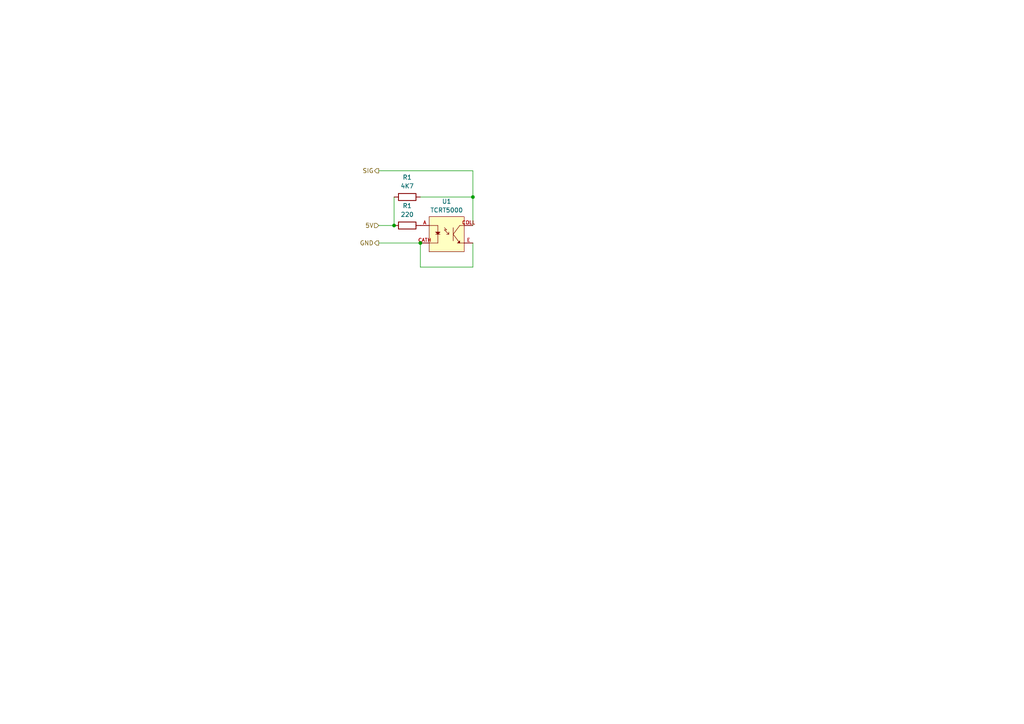
<source format=kicad_sch>
(kicad_sch (version 20230121) (generator eeschema)
  (paper "A4")
  (lib_symbols
    (symbol "Device:R" (pin_numbers hide) (pin_names (offset 0))
      (property "Reference" "R" (at 2.032 0 90))
      (property "Value" "R" (at 0 0 90))
      (symbol "R_0_1"
        (rectangle (start -1.016 -2.54) (end 1.016 2.54) (stroke (width 0.254)))
      )
      (symbol "R_1_1"
        (pin passive line (at 0 3.81 270) (length 1.27) (name "~") (number "1"))
        (pin passive line (at 0 -3.81 90) (length 1.27) (name "~") (number "2"))
      )
    )
    (symbol "TCRT5000:TCRT5000" (pin_names (offset 1.016))
      (property "Reference" "U" (at -5.0887 5.7248 0))
      (property "Value" "TCRT5000" (at -5.0838 -5.7193 0))
      (symbol "TCRT5000_0_0"
        (rectangle (start -5.08 -5.08) (end 5.08 5.08) (stroke (width 0.1524)) (fill (type background)))
        (polyline (pts (xy -5.08 2.54) (xy -2.54 2.54)) (stroke (width 0.1524)))
        (polyline (pts (xy -3.175 0) (xy -1.905 0)) (stroke (width 0.1524)))
        (polyline (pts (xy -2.54 -2.54) (xy -5.08 -2.54)) (stroke (width 0.1524)))
        (polyline (pts (xy -2.54 2.54) (xy -2.54 -2.54)) (stroke (width 0.1524)))
        (polyline (pts (xy -0.635 1.27) (xy 0.635 0)) (stroke (width 0.1524)))
        (polyline (pts (xy -0.635 1.905) (xy 0 1.27)) (stroke (width 0.1524)))
        (polyline (pts (xy 0 1.27) (xy -0.635 1.27)) (stroke (width 0.1524)))
        (polyline (pts (xy 0.635 0) (xy 0 0)) (stroke (width 0.1524)))
        (polyline (pts (xy 0.635 0.635) (xy 0.635 0)) (stroke (width 0.1524)))
        (polyline (pts (xy 1.905 0) (xy 1.905 -1.905)) (stroke (width 0.1524)))
        (polyline (pts (xy 1.905 0) (xy 3.81 -2.54)) (stroke (width 0.1524)))
        (polyline (pts (xy 1.905 0) (xy 3.81 2.54)) (stroke (width 0.1524)))
        (polyline (pts (xy 1.905 1.905) (xy 1.905 0)) (stroke (width 0.1524)))
        (polyline (pts (xy 3.81 -2.54) (xy 5.08 -2.54)) (stroke (width 0.1524)))
        (polyline (pts (xy 3.81 2.54) (xy 5.08 2.54)) (stroke (width 0.1524)))
        (polyline (pts (xy -3.175 0.635) (xy -1.905 0.635) (xy -2.54 0) (xy -3.175 0.635)) (stroke (width 0.1524)) (fill (type outline)))
        (polyline (pts (xy 3.175 -2.54) (xy 3.81 -2.54) (xy 3.81 -1.905) (xy 3.175 -2.54)) (stroke (width 0.1524)) (fill (type outline)))
        (pin passive line (at -7.62 2.54 0) (length 2.54) (name "~") (number "A"))
        (pin passive line (at -7.62 -2.54 0) (length 2.54) (name "~") (number "CATH"))
        (pin passive line (at 7.62 2.54 180) (length 2.54) (name "~") (number "COLL"))
        (pin passive line (at 7.62 -2.54 180) (length 2.54) (name "~") (number "E"))
      )
    )
  )
  (junction (at 114.3 65.405))
  (junction (at 121.92 70.485))
  (junction (at 137.16 57.15))
  (wire (pts (xy 137.16 70.485) (xy 137.16 77.47)))
  (wire (pts (xy 109.855 65.405) (xy 114.3 65.405)))
  (wire (pts (xy 137.16 77.47) (xy 121.92 77.47)))
  (wire (pts (xy 121.92 77.47) (xy 121.92 70.485)))
  (wire (pts (xy 137.16 49.53) (xy 137.16 57.15)))
  (wire (pts (xy 114.3 57.15) (xy 114.3 65.405)))
  (wire (pts (xy 137.16 57.15) (xy 137.16 65.405)))
  (wire (pts (xy 121.92 57.15) (xy 137.16 57.15)))
  (wire (pts (xy 109.855 70.485) (xy 121.92 70.485)))
  (wire (pts (xy 109.855 49.53) (xy 137.16 49.53)))
  (hierarchical_label "GND" (shape output) (at 109.855 70.485 180))
  (hierarchical_label "SIG" (shape output) (at 109.855 49.53 180))
  (hierarchical_label "5V" (shape input) (at 109.855 65.405 180))
  (symbol (lib_id "TCRT5000:TCRT5000") (at 129.54 67.945 0) (unit 1)
    (property "Reference" "U1" (at 129.54 58.42 0))
    (property "Value" "TCRT5000" (at 129.54 60.96 0))
    (property "Footprint" "library:OPTO_TCRT5000" (effects hide))
    (property "MF" "Vishay" (effects hide))
    (property "MAXIMUM_PACKAGE_HEIGHT" "7.2mm" (effects hide))
    (property "Package" "TCRT5000 Vishay" (effects hide))
    (property "Price" "None" (effects hide))
    (property "Check_prices" "https://www.snapeda.com/parts/TCRT5000/Vishay+Semiconductor+Opto+Division/view-part/?ref=eda" (effects hide))
    (property "STANDARD" "Manufacturer recommendations" (effects hide))
    (property "PARTREV" "1.7" (effects hide))
    (property "SnapEDA_Link" "https://www.snapeda.com/parts/TCRT5000/Vishay+Semiconductor+Opto+Division/view-part/?ref=snap" (effects hide))
    (property "MP" "TCRT5000" (effects hide))
    (property "Purchase-URL" "https://www.snapeda.com/api/url_track_click_mouser/?unipart_id=885229&manufacturer=Vishay&part_name=TCRT5000&search_term=None" (effects hide))
    (property "Description" "\nReflective Optical Sensor 0.591 (15mm) PCB Mount\n" (effects hide))
    (property "Availability" "In Stock" (effects hide))
    (property "MANUFACTURER" "Vishay" (effects hide))
    (instances (project "line_sensor" (path "" (reference "U1") (unit 1)) (path "" (reference "U1") (unit 1)) (path "" (reference "U2") (unit 1)) (path "" (reference "U3") (unit 1)) (path "" (reference "U5") (unit 1)) (path "" (reference "U6") (unit 1)) (path "" (reference "U4") (unit 1)) (path "" (reference "U8") (unit 1)) (path "" (reference "U7") (unit 1))))
  )
  (symbol (lib_id "Device:R") (at 118.11 65.405 90) (unit 1)
    (property "Reference" "R1" (at 118.11 59.69 90))
    (property "Value" "220" (at 118.11 62.23 90))
    (property "Footprint" "Resistor_THT:R_Axial_DIN0207_L6.3mm_D2.5mm_P10.16mm_Horizontal" (effects hide))
    (instances (project "line_sensor" (path "" (reference "R1") (unit 1)) (path "" (reference "R1") (unit 1)) (path "" (reference "R4") (unit 1)) (path "" (reference "R6") (unit 1)) (path "" (reference "R10") (unit 1)) (path "" (reference "R12") (unit 1)) (path "" (reference "R8") (unit 1)) (path "" (reference "R16") (unit 1)) (path "" (reference "R14") (unit 1))))
  )
  (symbol (lib_id "Device:R") (at 118.11 57.15 90) (unit 1)
    (property "Reference" "R1" (at 118.11 51.435 90))
    (property "Value" "4K7" (at 118.11 53.975 90))
    (property "Footprint" "Resistor_THT:R_Axial_DIN0207_L6.3mm_D2.5mm_P10.16mm_Horizontal" (effects hide))
    (instances (project "line_sensor" (path "" (reference "R1") (unit 1)) (path "" (reference "R2") (unit 1)) (path "" (reference "R3") (unit 1)) (path "" (reference "R5") (unit 1)) (path "" (reference "R9") (unit 1)) (path "" (reference "R11") (unit 1)) (path "" (reference "R7") (unit 1)) (path "" (reference "R15") (unit 1)) (path "" (reference "R13") (unit 1))))
  )
)
</source>
